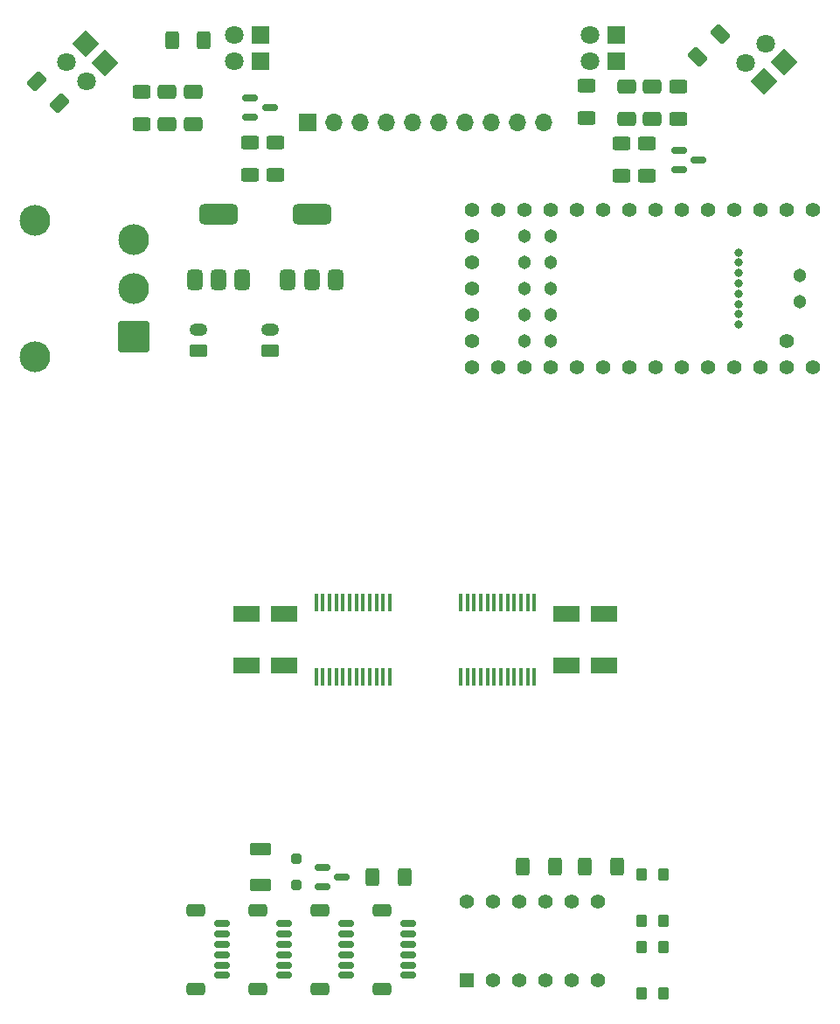
<source format=gts>
G04 #@! TF.GenerationSoftware,KiCad,Pcbnew,9.0.0*
G04 #@! TF.CreationDate,2025-03-26T13:11:35-04:00*
G04 #@! TF.ProjectId,Gmouse,476d6f75-7365-42e6-9b69-6361645f7063,rev?*
G04 #@! TF.SameCoordinates,Original*
G04 #@! TF.FileFunction,Soldermask,Top*
G04 #@! TF.FilePolarity,Negative*
%FSLAX46Y46*%
G04 Gerber Fmt 4.6, Leading zero omitted, Abs format (unit mm)*
G04 Created by KiCad (PCBNEW 9.0.0) date 2025-03-26 13:11:35*
%MOMM*%
%LPD*%
G01*
G04 APERTURE LIST*
G04 Aperture macros list*
%AMRoundRect*
0 Rectangle with rounded corners*
0 $1 Rounding radius*
0 $2 $3 $4 $5 $6 $7 $8 $9 X,Y pos of 4 corners*
0 Add a 4 corners polygon primitive as box body*
4,1,4,$2,$3,$4,$5,$6,$7,$8,$9,$2,$3,0*
0 Add four circle primitives for the rounded corners*
1,1,$1+$1,$2,$3*
1,1,$1+$1,$4,$5*
1,1,$1+$1,$6,$7*
1,1,$1+$1,$8,$9*
0 Add four rect primitives between the rounded corners*
20,1,$1+$1,$2,$3,$4,$5,0*
20,1,$1+$1,$4,$5,$6,$7,0*
20,1,$1+$1,$6,$7,$8,$9,0*
20,1,$1+$1,$8,$9,$2,$3,0*%
%AMRotRect*
0 Rectangle, with rotation*
0 The origin of the aperture is its center*
0 $1 length*
0 $2 width*
0 $3 Rotation angle, in degrees counterclockwise*
0 Add horizontal line*
21,1,$1,$2,0,0,$3*%
G04 Aperture macros list end*
%ADD10RoundRect,0.150000X-0.587500X-0.150000X0.587500X-0.150000X0.587500X0.150000X-0.587500X0.150000X0*%
%ADD11RoundRect,0.250000X0.625000X-0.400000X0.625000X0.400000X-0.625000X0.400000X-0.625000X-0.400000X0*%
%ADD12RoundRect,0.250000X0.625000X-0.350000X0.625000X0.350000X-0.625000X0.350000X-0.625000X-0.350000X0*%
%ADD13O,1.750000X1.200000*%
%ADD14RoundRect,0.250000X-0.400000X-0.625000X0.400000X-0.625000X0.400000X0.625000X-0.400000X0.625000X0*%
%ADD15RoundRect,0.250000X-0.625000X0.400000X-0.625000X-0.400000X0.625000X-0.400000X0.625000X0.400000X0*%
%ADD16RoundRect,0.250000X-1.050000X-0.550000X1.050000X-0.550000X1.050000X0.550000X-1.050000X0.550000X0*%
%ADD17R,1.800000X1.800000*%
%ADD18C,1.800000*%
%ADD19RoundRect,0.250000X-0.650000X0.412500X-0.650000X-0.412500X0.650000X-0.412500X0.650000X0.412500X0*%
%ADD20RoundRect,0.250000X-0.159099X0.724784X-0.724784X0.159099X0.159099X-0.724784X0.724784X-0.159099X0*%
%ADD21RoundRect,0.250000X-0.724784X-0.159099X-0.159099X-0.724784X0.724784X0.159099X0.159099X0.724784X0*%
%ADD22RotRect,1.800000X1.800000X225.000000*%
%ADD23RoundRect,0.150000X0.625000X-0.150000X0.625000X0.150000X-0.625000X0.150000X-0.625000X-0.150000X0*%
%ADD24RoundRect,0.250000X0.650000X-0.350000X0.650000X0.350000X-0.650000X0.350000X-0.650000X-0.350000X0*%
%ADD25RoundRect,0.250000X0.400000X0.625000X-0.400000X0.625000X-0.400000X-0.625000X0.400000X-0.625000X0*%
%ADD26RoundRect,0.250000X0.650000X-0.412500X0.650000X0.412500X-0.650000X0.412500X-0.650000X-0.412500X0*%
%ADD27R,1.397000X1.397000*%
%ADD28C,1.397000*%
%ADD29C,1.404000*%
%ADD30C,1.304000*%
%ADD31C,0.804000*%
%ADD32R,0.450000X1.750000*%
%ADD33RoundRect,0.102000X-0.375000X0.500000X-0.375000X-0.500000X0.375000X-0.500000X0.375000X0.500000X0*%
%ADD34R,1.700000X1.700000*%
%ADD35O,1.700000X1.700000*%
%ADD36RoundRect,0.102000X1.387500X-1.387500X1.387500X1.387500X-1.387500X1.387500X-1.387500X-1.387500X0*%
%ADD37C,2.979000*%
%ADD38RotRect,1.800000X1.800000X135.000000*%
%ADD39RoundRect,0.102000X-0.900000X0.450000X-0.900000X-0.450000X0.900000X-0.450000X0.900000X0.450000X0*%
%ADD40RoundRect,0.375000X0.375000X-0.625000X0.375000X0.625000X-0.375000X0.625000X-0.375000X-0.625000X0*%
%ADD41RoundRect,0.500000X1.400000X-0.500000X1.400000X0.500000X-1.400000X0.500000X-1.400000X-0.500000X0*%
%ADD42RoundRect,0.250000X-0.250000X0.250000X-0.250000X-0.250000X0.250000X-0.250000X0.250000X0.250000X0*%
G04 APERTURE END LIST*
D10*
X84062500Y-126050000D03*
X84062500Y-127950000D03*
X85937500Y-127000000D03*
D11*
X118500000Y-53550000D03*
X118500000Y-50450000D03*
D12*
X79000000Y-76000000D03*
D13*
X79000000Y-74000000D03*
D14*
X103450000Y-126000000D03*
X106550000Y-126000000D03*
D15*
X115500000Y-55950000D03*
X115500000Y-59050000D03*
D16*
X76700000Y-106500000D03*
X80300000Y-106500000D03*
X76700000Y-101500000D03*
X80300000Y-101500000D03*
X107700000Y-106500000D03*
X111300000Y-106500000D03*
D17*
X78000000Y-45485000D03*
D18*
X75460000Y-45485000D03*
D19*
X69000000Y-50937500D03*
X69000000Y-54062500D03*
D17*
X112540000Y-45485000D03*
D18*
X110000000Y-45485000D03*
D20*
X122596016Y-45403984D03*
X120403984Y-47596016D03*
D21*
X56403984Y-49903984D03*
X58596016Y-52096016D03*
D22*
X61072900Y-46269800D03*
D18*
X59276849Y-48065851D03*
D17*
X112540000Y-48000000D03*
D18*
X110000000Y-48000000D03*
D23*
X74325000Y-136500000D03*
X74325000Y-135500000D03*
X74325000Y-134500000D03*
X74325000Y-133500000D03*
X74325000Y-132500000D03*
X74325000Y-131500000D03*
D24*
X71800000Y-137800000D03*
X71800000Y-130200000D03*
D25*
X92000000Y-127000000D03*
X88900000Y-127000000D03*
D26*
X113500000Y-53562500D03*
X113500000Y-50437500D03*
D27*
X98000000Y-137000000D03*
D28*
X100540000Y-137000000D03*
X103080000Y-137000000D03*
X105620000Y-137000000D03*
X108160000Y-137000000D03*
X110700000Y-137000000D03*
X110700000Y-129380000D03*
X108160000Y-129380000D03*
X105620000Y-129380000D03*
X103080000Y-129380000D03*
X100540000Y-129380000D03*
X98000000Y-129380000D03*
D17*
X78040000Y-48000000D03*
D18*
X75500000Y-48000000D03*
D26*
X116000000Y-53562500D03*
X116000000Y-50437500D03*
D29*
X131510000Y-62380000D03*
X128970000Y-62380000D03*
X126430000Y-62380000D03*
X123890000Y-62380000D03*
X121350000Y-62380000D03*
X118810000Y-62380000D03*
X116270000Y-62380000D03*
X113730000Y-62380000D03*
X111190000Y-62380000D03*
X108650000Y-62380000D03*
X106110000Y-62380000D03*
X103570000Y-62380000D03*
X101030000Y-62380000D03*
X98490000Y-62380000D03*
X98490000Y-64920000D03*
X98490000Y-67460000D03*
X98490000Y-70000000D03*
X98490000Y-72540000D03*
X98490000Y-75080000D03*
X98490000Y-77620000D03*
X101030000Y-77620000D03*
X103570000Y-77620000D03*
X106110000Y-77620000D03*
X108650000Y-77620000D03*
X111190000Y-77620000D03*
X113730000Y-77620000D03*
X116270000Y-77620000D03*
X118810000Y-77620000D03*
X121350000Y-77620000D03*
X123890000Y-77620000D03*
X126430000Y-77620000D03*
X128970000Y-77620000D03*
X131510000Y-77620000D03*
X128970000Y-75080000D03*
D30*
X103570000Y-75080000D03*
X106110000Y-75080000D03*
X103570000Y-72540000D03*
X106110000Y-72540000D03*
X103570000Y-70000000D03*
X106110000Y-70000000D03*
X103570000Y-67460000D03*
X106110000Y-67460000D03*
X103570000Y-64920000D03*
X106110000Y-64920000D03*
D31*
X124371600Y-73500000D03*
X124371600Y-72500000D03*
X124371600Y-71500000D03*
X124371600Y-70500000D03*
X124371600Y-69500000D03*
X124371600Y-68500000D03*
X124371600Y-67500000D03*
X124371600Y-66500000D03*
D30*
X130240000Y-71270000D03*
X130240000Y-68730000D03*
D10*
X77062500Y-51550000D03*
X77062500Y-53450000D03*
X78937500Y-52500000D03*
D11*
X109600000Y-53500000D03*
X109600000Y-50400000D03*
D15*
X66500000Y-50950000D03*
X66500000Y-54050000D03*
D25*
X72550000Y-46000000D03*
X69450000Y-46000000D03*
D10*
X118562500Y-56600000D03*
X118562500Y-58500000D03*
X120437500Y-57550000D03*
D11*
X79500000Y-59000000D03*
X79500000Y-55900000D03*
D32*
X97425000Y-107600000D03*
X98075000Y-107600000D03*
X98725000Y-107600000D03*
X99375000Y-107600000D03*
X100025000Y-107600000D03*
X100675000Y-107600000D03*
X101325000Y-107600000D03*
X101975000Y-107600000D03*
X102625000Y-107600000D03*
X103275000Y-107600000D03*
X103925000Y-107600000D03*
X104575000Y-107600000D03*
X104575000Y-100400000D03*
X103925000Y-100400000D03*
X103275000Y-100400000D03*
X102625000Y-100400000D03*
X101975000Y-100400000D03*
X101325000Y-100400000D03*
X100675000Y-100400000D03*
X100025000Y-100400000D03*
X99375000Y-100400000D03*
X98725000Y-100400000D03*
X98075000Y-100400000D03*
X97425000Y-100400000D03*
D33*
X114925000Y-126750000D03*
X114925000Y-131250000D03*
X117075000Y-126750000D03*
X117075000Y-131250000D03*
D34*
X82575000Y-53900000D03*
D35*
X85115000Y-53900000D03*
X87655000Y-53900000D03*
X90195000Y-53900000D03*
X92735000Y-53900000D03*
X95275000Y-53900000D03*
X97815000Y-53900000D03*
X100355000Y-53900000D03*
X102895000Y-53900000D03*
X105435000Y-53900000D03*
D16*
X107700000Y-101500000D03*
X111300000Y-101500000D03*
D22*
X62971000Y-48167800D03*
D18*
X61174949Y-49963851D03*
D36*
X65765000Y-74700000D03*
D37*
X65765000Y-70000000D03*
X65765000Y-65300000D03*
X56235000Y-76605000D03*
X56235000Y-63395000D03*
D23*
X80325000Y-136500000D03*
X80325000Y-135500000D03*
X80325000Y-134500000D03*
X80325000Y-133500000D03*
X80325000Y-132500000D03*
X80325000Y-131500000D03*
D24*
X77800000Y-137800000D03*
X77800000Y-130200000D03*
D38*
X126832200Y-49971000D03*
D18*
X125036149Y-48174949D03*
D33*
X114925000Y-133750000D03*
X114925000Y-138250000D03*
X117075000Y-133750000D03*
X117075000Y-138250000D03*
D39*
X78000000Y-127750000D03*
X78000000Y-124250000D03*
D32*
X83425000Y-107600000D03*
X84075000Y-107600000D03*
X84725000Y-107600000D03*
X85375000Y-107600000D03*
X86025000Y-107600000D03*
X86675000Y-107600000D03*
X87325000Y-107600000D03*
X87975000Y-107600000D03*
X88625000Y-107600000D03*
X89275000Y-107600000D03*
X89925000Y-107600000D03*
X90575000Y-107600000D03*
X90575000Y-100400000D03*
X89925000Y-100400000D03*
X89275000Y-100400000D03*
X88625000Y-100400000D03*
X87975000Y-100400000D03*
X87325000Y-100400000D03*
X86675000Y-100400000D03*
X86025000Y-100400000D03*
X85375000Y-100400000D03*
X84725000Y-100400000D03*
X84075000Y-100400000D03*
X83425000Y-100400000D03*
D38*
X128730200Y-48072900D03*
D18*
X126934149Y-46276849D03*
D23*
X92325000Y-136500000D03*
X92325000Y-135500000D03*
X92325000Y-134500000D03*
X92325000Y-133500000D03*
X92325000Y-132500000D03*
X92325000Y-131500000D03*
D24*
X89800000Y-137800000D03*
X89800000Y-130200000D03*
D12*
X72000000Y-76000000D03*
D13*
X72000000Y-74000000D03*
D15*
X77000000Y-55900000D03*
X77000000Y-59000000D03*
D40*
X71700000Y-69150000D03*
X74000000Y-69150000D03*
D41*
X74000000Y-62850000D03*
D40*
X76300000Y-69150000D03*
D23*
X86325000Y-136500000D03*
X86325000Y-135500000D03*
X86325000Y-134500000D03*
X86325000Y-133500000D03*
X86325000Y-132500000D03*
X86325000Y-131500000D03*
D24*
X83800000Y-137800000D03*
X83800000Y-130200000D03*
D19*
X71500000Y-50937500D03*
X71500000Y-54062500D03*
D42*
X81500000Y-125250000D03*
X81500000Y-127750000D03*
D14*
X109450000Y-126000000D03*
X112550000Y-126000000D03*
D11*
X113000000Y-59050000D03*
X113000000Y-55950000D03*
D40*
X80700000Y-69150000D03*
X83000000Y-69150000D03*
D41*
X83000000Y-62850000D03*
D40*
X85300000Y-69150000D03*
M02*

</source>
